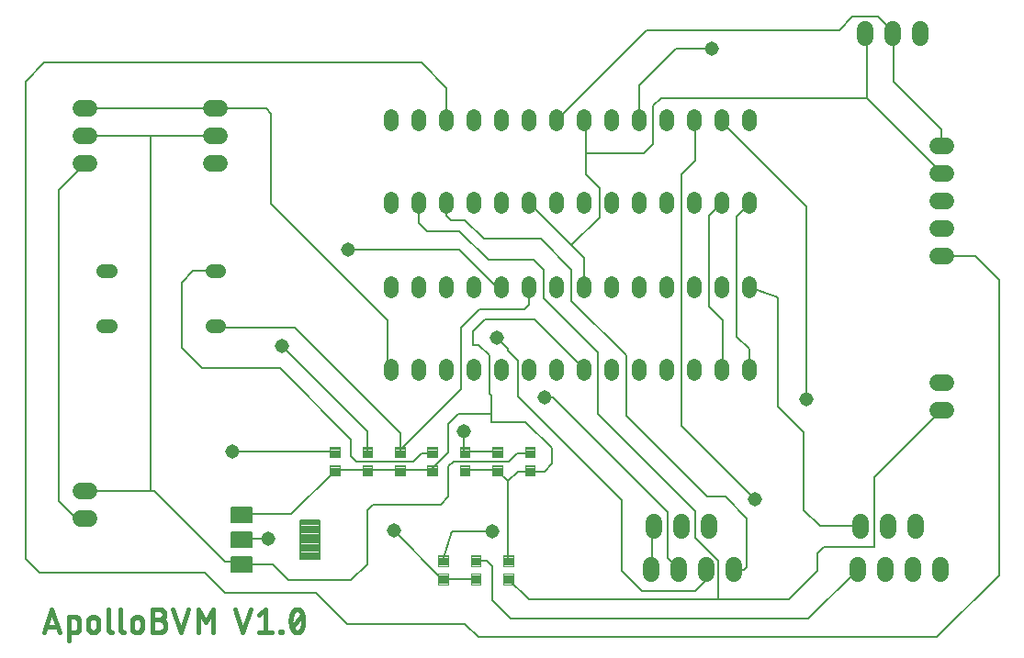
<source format=gbr>
G04 EAGLE Gerber RS-274X export*
G75*
%MOMM*%
%FSLAX34Y34*%
%LPD*%
%INTop Copper*%
%IPPOS*%
%AMOC8*
5,1,8,0,0,1.08239X$1,22.5*%
G01*
%ADD10C,0.406400*%
%ADD11C,0.100000*%
%ADD12C,1.320800*%
%ADD13C,1.308000*%
%ADD14C,0.200000*%
%ADD15C,0.150000*%
%ADD16C,1.524000*%
%ADD17C,1.508000*%
%ADD18C,0.203200*%
%ADD19C,1.308000*%


D10*
X72032Y22032D02*
X79144Y43368D01*
X86256Y22032D01*
X84478Y27366D02*
X73810Y27366D01*
X94698Y36256D02*
X94698Y14920D01*
X94698Y36256D02*
X100625Y36256D01*
X100741Y36254D01*
X100858Y36248D01*
X100974Y36239D01*
X101089Y36226D01*
X101204Y36209D01*
X101319Y36188D01*
X101432Y36163D01*
X101545Y36135D01*
X101657Y36103D01*
X101768Y36067D01*
X101878Y36028D01*
X101986Y35985D01*
X102093Y35939D01*
X102198Y35889D01*
X102301Y35836D01*
X102403Y35780D01*
X102503Y35720D01*
X102601Y35657D01*
X102696Y35590D01*
X102790Y35521D01*
X102881Y35449D01*
X102970Y35374D01*
X103056Y35295D01*
X103139Y35214D01*
X103220Y35131D01*
X103299Y35045D01*
X103374Y34956D01*
X103446Y34865D01*
X103515Y34771D01*
X103582Y34676D01*
X103645Y34578D01*
X103705Y34478D01*
X103761Y34376D01*
X103814Y34273D01*
X103864Y34168D01*
X103910Y34061D01*
X103953Y33953D01*
X103992Y33843D01*
X104028Y33732D01*
X104060Y33620D01*
X104088Y33507D01*
X104113Y33394D01*
X104134Y33279D01*
X104151Y33164D01*
X104164Y33049D01*
X104173Y32933D01*
X104179Y32816D01*
X104181Y32700D01*
X104181Y25588D01*
X104179Y25472D01*
X104173Y25355D01*
X104164Y25239D01*
X104151Y25124D01*
X104134Y25009D01*
X104113Y24894D01*
X104088Y24781D01*
X104060Y24668D01*
X104028Y24556D01*
X103992Y24445D01*
X103953Y24335D01*
X103910Y24227D01*
X103864Y24120D01*
X103814Y24015D01*
X103761Y23912D01*
X103705Y23810D01*
X103645Y23710D01*
X103582Y23612D01*
X103515Y23517D01*
X103446Y23423D01*
X103374Y23332D01*
X103299Y23243D01*
X103220Y23157D01*
X103139Y23074D01*
X103056Y22993D01*
X102970Y22914D01*
X102881Y22839D01*
X102790Y22767D01*
X102696Y22698D01*
X102601Y22631D01*
X102503Y22568D01*
X102403Y22508D01*
X102301Y22452D01*
X102198Y22399D01*
X102093Y22349D01*
X101986Y22303D01*
X101878Y22260D01*
X101768Y22221D01*
X101657Y22185D01*
X101545Y22153D01*
X101432Y22125D01*
X101319Y22100D01*
X101204Y22079D01*
X101089Y22062D01*
X100974Y22049D01*
X100858Y22040D01*
X100741Y22034D01*
X100625Y22032D01*
X94698Y22032D01*
X112680Y26773D02*
X112680Y31515D01*
X112681Y31515D02*
X112683Y31652D01*
X112689Y31788D01*
X112699Y31924D01*
X112712Y32060D01*
X112730Y32196D01*
X112752Y32331D01*
X112777Y32465D01*
X112806Y32598D01*
X112840Y32731D01*
X112877Y32863D01*
X112917Y32993D01*
X112962Y33122D01*
X113010Y33250D01*
X113062Y33377D01*
X113117Y33501D01*
X113176Y33625D01*
X113239Y33746D01*
X113305Y33866D01*
X113374Y33983D01*
X113447Y34099D01*
X113523Y34213D01*
X113603Y34324D01*
X113685Y34433D01*
X113771Y34539D01*
X113859Y34643D01*
X113951Y34744D01*
X114046Y34843D01*
X114143Y34939D01*
X114243Y35032D01*
X114346Y35122D01*
X114451Y35209D01*
X114558Y35294D01*
X114669Y35375D01*
X114781Y35452D01*
X114896Y35527D01*
X115012Y35598D01*
X115131Y35666D01*
X115251Y35730D01*
X115374Y35791D01*
X115498Y35848D01*
X115623Y35902D01*
X115751Y35952D01*
X115879Y35998D01*
X116009Y36041D01*
X116140Y36079D01*
X116272Y36114D01*
X116405Y36146D01*
X116539Y36173D01*
X116674Y36197D01*
X116809Y36216D01*
X116945Y36232D01*
X117081Y36244D01*
X117217Y36252D01*
X117354Y36256D01*
X117490Y36256D01*
X117627Y36252D01*
X117763Y36244D01*
X117899Y36232D01*
X118035Y36216D01*
X118170Y36197D01*
X118305Y36173D01*
X118439Y36146D01*
X118572Y36114D01*
X118704Y36079D01*
X118835Y36041D01*
X118965Y35998D01*
X119093Y35952D01*
X119221Y35902D01*
X119346Y35848D01*
X119470Y35791D01*
X119593Y35730D01*
X119713Y35666D01*
X119832Y35598D01*
X119948Y35527D01*
X120063Y35452D01*
X120175Y35375D01*
X120286Y35294D01*
X120393Y35209D01*
X120498Y35122D01*
X120601Y35032D01*
X120701Y34939D01*
X120798Y34843D01*
X120893Y34744D01*
X120985Y34643D01*
X121073Y34539D01*
X121159Y34433D01*
X121241Y34324D01*
X121321Y34213D01*
X121397Y34099D01*
X121470Y33983D01*
X121539Y33866D01*
X121605Y33746D01*
X121668Y33625D01*
X121727Y33501D01*
X121782Y33377D01*
X121834Y33250D01*
X121882Y33122D01*
X121927Y32993D01*
X121967Y32863D01*
X122004Y32731D01*
X122038Y32598D01*
X122067Y32465D01*
X122092Y32331D01*
X122114Y32196D01*
X122132Y32060D01*
X122145Y31924D01*
X122155Y31788D01*
X122161Y31652D01*
X122163Y31515D01*
X122163Y26773D01*
X122161Y26636D01*
X122155Y26500D01*
X122145Y26364D01*
X122132Y26228D01*
X122114Y26092D01*
X122092Y25957D01*
X122067Y25823D01*
X122038Y25690D01*
X122004Y25557D01*
X121967Y25425D01*
X121927Y25295D01*
X121882Y25166D01*
X121834Y25038D01*
X121782Y24911D01*
X121727Y24787D01*
X121668Y24663D01*
X121605Y24542D01*
X121539Y24422D01*
X121470Y24305D01*
X121397Y24189D01*
X121321Y24075D01*
X121241Y23964D01*
X121159Y23855D01*
X121073Y23749D01*
X120985Y23645D01*
X120893Y23544D01*
X120798Y23445D01*
X120701Y23349D01*
X120601Y23256D01*
X120498Y23166D01*
X120393Y23079D01*
X120286Y22994D01*
X120175Y22913D01*
X120063Y22836D01*
X119948Y22761D01*
X119832Y22690D01*
X119713Y22622D01*
X119593Y22558D01*
X119470Y22497D01*
X119346Y22440D01*
X119221Y22386D01*
X119093Y22336D01*
X118965Y22290D01*
X118835Y22247D01*
X118704Y22209D01*
X118572Y22174D01*
X118439Y22142D01*
X118305Y22115D01*
X118170Y22091D01*
X118035Y22072D01*
X117899Y22056D01*
X117763Y22044D01*
X117627Y22036D01*
X117490Y22032D01*
X117354Y22032D01*
X117217Y22036D01*
X117081Y22044D01*
X116945Y22056D01*
X116809Y22072D01*
X116674Y22091D01*
X116539Y22115D01*
X116405Y22142D01*
X116272Y22174D01*
X116140Y22209D01*
X116009Y22247D01*
X115879Y22290D01*
X115751Y22336D01*
X115623Y22386D01*
X115498Y22440D01*
X115374Y22497D01*
X115251Y22558D01*
X115131Y22622D01*
X115012Y22690D01*
X114896Y22761D01*
X114781Y22836D01*
X114669Y22913D01*
X114558Y22994D01*
X114451Y23079D01*
X114346Y23166D01*
X114243Y23256D01*
X114143Y23349D01*
X114046Y23445D01*
X113951Y23544D01*
X113859Y23645D01*
X113771Y23749D01*
X113685Y23855D01*
X113603Y23964D01*
X113523Y24075D01*
X113447Y24189D01*
X113374Y24305D01*
X113305Y24422D01*
X113239Y24542D01*
X113176Y24663D01*
X113117Y24787D01*
X113062Y24911D01*
X113010Y25038D01*
X112962Y25166D01*
X112917Y25295D01*
X112877Y25425D01*
X112840Y25557D01*
X112806Y25690D01*
X112777Y25823D01*
X112752Y25957D01*
X112730Y26092D01*
X112712Y26228D01*
X112699Y26364D01*
X112689Y26500D01*
X112683Y26636D01*
X112681Y26773D01*
X131052Y25588D02*
X131052Y43368D01*
X131052Y25588D02*
X131054Y25472D01*
X131060Y25355D01*
X131069Y25239D01*
X131082Y25124D01*
X131099Y25009D01*
X131120Y24894D01*
X131145Y24781D01*
X131173Y24668D01*
X131205Y24556D01*
X131241Y24445D01*
X131280Y24335D01*
X131323Y24227D01*
X131369Y24120D01*
X131419Y24015D01*
X131472Y23912D01*
X131528Y23810D01*
X131588Y23710D01*
X131651Y23612D01*
X131718Y23517D01*
X131787Y23423D01*
X131859Y23332D01*
X131934Y23243D01*
X132013Y23157D01*
X132094Y23074D01*
X132177Y22993D01*
X132263Y22914D01*
X132352Y22839D01*
X132443Y22767D01*
X132537Y22698D01*
X132632Y22631D01*
X132730Y22568D01*
X132830Y22508D01*
X132932Y22452D01*
X133035Y22399D01*
X133140Y22349D01*
X133247Y22303D01*
X133355Y22260D01*
X133465Y22221D01*
X133576Y22185D01*
X133688Y22153D01*
X133801Y22125D01*
X133914Y22100D01*
X134029Y22079D01*
X134144Y22062D01*
X134259Y22049D01*
X134375Y22040D01*
X134492Y22034D01*
X134608Y22032D01*
X142188Y25588D02*
X142188Y43368D01*
X142188Y25588D02*
X142190Y25472D01*
X142196Y25355D01*
X142205Y25239D01*
X142218Y25124D01*
X142235Y25009D01*
X142256Y24894D01*
X142281Y24781D01*
X142309Y24668D01*
X142341Y24556D01*
X142377Y24445D01*
X142416Y24335D01*
X142459Y24227D01*
X142505Y24120D01*
X142555Y24015D01*
X142608Y23912D01*
X142664Y23810D01*
X142724Y23710D01*
X142787Y23612D01*
X142854Y23517D01*
X142923Y23423D01*
X142995Y23332D01*
X143070Y23243D01*
X143149Y23157D01*
X143230Y23074D01*
X143313Y22993D01*
X143399Y22914D01*
X143488Y22839D01*
X143579Y22767D01*
X143673Y22698D01*
X143768Y22631D01*
X143866Y22568D01*
X143966Y22508D01*
X144068Y22452D01*
X144171Y22399D01*
X144276Y22349D01*
X144383Y22303D01*
X144491Y22260D01*
X144601Y22221D01*
X144712Y22185D01*
X144824Y22153D01*
X144937Y22125D01*
X145050Y22100D01*
X145165Y22079D01*
X145280Y22062D01*
X145395Y22049D01*
X145511Y22040D01*
X145628Y22034D01*
X145744Y22032D01*
X153046Y26773D02*
X153046Y31515D01*
X153048Y31652D01*
X153054Y31788D01*
X153064Y31924D01*
X153077Y32060D01*
X153095Y32196D01*
X153117Y32331D01*
X153142Y32465D01*
X153171Y32598D01*
X153205Y32731D01*
X153242Y32863D01*
X153282Y32993D01*
X153327Y33122D01*
X153375Y33250D01*
X153427Y33377D01*
X153482Y33501D01*
X153541Y33625D01*
X153604Y33746D01*
X153670Y33866D01*
X153739Y33983D01*
X153812Y34099D01*
X153888Y34213D01*
X153968Y34324D01*
X154050Y34433D01*
X154136Y34539D01*
X154224Y34643D01*
X154316Y34744D01*
X154411Y34843D01*
X154508Y34939D01*
X154608Y35032D01*
X154711Y35122D01*
X154816Y35209D01*
X154923Y35294D01*
X155034Y35375D01*
X155146Y35452D01*
X155261Y35527D01*
X155377Y35598D01*
X155496Y35666D01*
X155616Y35730D01*
X155739Y35791D01*
X155863Y35848D01*
X155988Y35902D01*
X156116Y35952D01*
X156244Y35998D01*
X156374Y36041D01*
X156505Y36079D01*
X156637Y36114D01*
X156770Y36146D01*
X156904Y36173D01*
X157039Y36197D01*
X157174Y36216D01*
X157310Y36232D01*
X157446Y36244D01*
X157582Y36252D01*
X157719Y36256D01*
X157855Y36256D01*
X157992Y36252D01*
X158128Y36244D01*
X158264Y36232D01*
X158400Y36216D01*
X158535Y36197D01*
X158670Y36173D01*
X158804Y36146D01*
X158937Y36114D01*
X159069Y36079D01*
X159200Y36041D01*
X159330Y35998D01*
X159458Y35952D01*
X159586Y35902D01*
X159711Y35848D01*
X159835Y35791D01*
X159958Y35730D01*
X160078Y35666D01*
X160197Y35598D01*
X160313Y35527D01*
X160428Y35452D01*
X160540Y35375D01*
X160651Y35294D01*
X160758Y35209D01*
X160863Y35122D01*
X160966Y35032D01*
X161066Y34939D01*
X161163Y34843D01*
X161258Y34744D01*
X161350Y34643D01*
X161438Y34539D01*
X161524Y34433D01*
X161606Y34324D01*
X161686Y34213D01*
X161762Y34099D01*
X161835Y33983D01*
X161904Y33866D01*
X161970Y33746D01*
X162033Y33625D01*
X162092Y33501D01*
X162147Y33377D01*
X162199Y33250D01*
X162247Y33122D01*
X162292Y32993D01*
X162332Y32863D01*
X162369Y32731D01*
X162403Y32598D01*
X162432Y32465D01*
X162457Y32331D01*
X162479Y32196D01*
X162497Y32060D01*
X162510Y31924D01*
X162520Y31788D01*
X162526Y31652D01*
X162528Y31515D01*
X162529Y31515D02*
X162529Y26773D01*
X162528Y26773D02*
X162526Y26636D01*
X162520Y26500D01*
X162510Y26364D01*
X162497Y26228D01*
X162479Y26092D01*
X162457Y25957D01*
X162432Y25823D01*
X162403Y25690D01*
X162369Y25557D01*
X162332Y25425D01*
X162292Y25295D01*
X162247Y25166D01*
X162199Y25038D01*
X162147Y24911D01*
X162092Y24787D01*
X162033Y24663D01*
X161970Y24542D01*
X161904Y24422D01*
X161835Y24305D01*
X161762Y24189D01*
X161686Y24075D01*
X161606Y23964D01*
X161524Y23855D01*
X161438Y23749D01*
X161350Y23645D01*
X161258Y23544D01*
X161163Y23445D01*
X161066Y23349D01*
X160966Y23256D01*
X160863Y23166D01*
X160758Y23079D01*
X160651Y22994D01*
X160540Y22913D01*
X160428Y22836D01*
X160313Y22761D01*
X160197Y22690D01*
X160078Y22622D01*
X159958Y22558D01*
X159835Y22497D01*
X159711Y22440D01*
X159586Y22386D01*
X159458Y22336D01*
X159330Y22290D01*
X159200Y22247D01*
X159069Y22209D01*
X158937Y22174D01*
X158804Y22142D01*
X158670Y22115D01*
X158535Y22091D01*
X158400Y22072D01*
X158264Y22056D01*
X158128Y22044D01*
X157992Y22036D01*
X157855Y22032D01*
X157719Y22032D01*
X157582Y22036D01*
X157446Y22044D01*
X157310Y22056D01*
X157174Y22072D01*
X157039Y22091D01*
X156904Y22115D01*
X156770Y22142D01*
X156637Y22174D01*
X156505Y22209D01*
X156374Y22247D01*
X156244Y22290D01*
X156116Y22336D01*
X155988Y22386D01*
X155863Y22440D01*
X155739Y22497D01*
X155616Y22558D01*
X155496Y22622D01*
X155377Y22690D01*
X155261Y22761D01*
X155146Y22836D01*
X155034Y22913D01*
X154923Y22994D01*
X154816Y23079D01*
X154711Y23166D01*
X154608Y23256D01*
X154508Y23349D01*
X154411Y23445D01*
X154316Y23544D01*
X154224Y23645D01*
X154136Y23749D01*
X154050Y23855D01*
X153968Y23964D01*
X153888Y24075D01*
X153812Y24189D01*
X153739Y24305D01*
X153670Y24422D01*
X153604Y24542D01*
X153541Y24663D01*
X153482Y24787D01*
X153427Y24911D01*
X153375Y25038D01*
X153327Y25166D01*
X153282Y25295D01*
X153242Y25425D01*
X153205Y25557D01*
X153171Y25690D01*
X153142Y25823D01*
X153117Y25957D01*
X153095Y26092D01*
X153077Y26228D01*
X153064Y26364D01*
X153054Y26500D01*
X153048Y26636D01*
X153046Y26773D01*
X172369Y33885D02*
X178295Y33885D01*
X178295Y33886D02*
X178448Y33884D01*
X178600Y33878D01*
X178752Y33868D01*
X178904Y33855D01*
X179056Y33837D01*
X179207Y33815D01*
X179358Y33790D01*
X179507Y33761D01*
X179656Y33728D01*
X179804Y33691D01*
X179952Y33650D01*
X180097Y33605D01*
X180242Y33557D01*
X180386Y33505D01*
X180528Y33449D01*
X180668Y33390D01*
X180808Y33327D01*
X180945Y33261D01*
X181081Y33191D01*
X181214Y33117D01*
X181346Y33040D01*
X181476Y32960D01*
X181604Y32876D01*
X181729Y32790D01*
X181852Y32700D01*
X181973Y32606D01*
X182092Y32510D01*
X182208Y32411D01*
X182321Y32309D01*
X182432Y32204D01*
X182540Y32096D01*
X182645Y31985D01*
X182747Y31872D01*
X182846Y31756D01*
X182942Y31637D01*
X183036Y31516D01*
X183126Y31393D01*
X183212Y31268D01*
X183296Y31140D01*
X183376Y31010D01*
X183453Y30878D01*
X183527Y30745D01*
X183597Y30609D01*
X183663Y30472D01*
X183726Y30332D01*
X183785Y30192D01*
X183841Y30050D01*
X183893Y29906D01*
X183941Y29761D01*
X183986Y29616D01*
X184027Y29468D01*
X184064Y29320D01*
X184097Y29171D01*
X184126Y29022D01*
X184151Y28871D01*
X184173Y28720D01*
X184191Y28568D01*
X184204Y28416D01*
X184214Y28264D01*
X184220Y28112D01*
X184222Y27959D01*
X184220Y27806D01*
X184214Y27654D01*
X184204Y27502D01*
X184191Y27350D01*
X184173Y27198D01*
X184151Y27047D01*
X184126Y26896D01*
X184097Y26747D01*
X184064Y26598D01*
X184027Y26450D01*
X183986Y26302D01*
X183941Y26157D01*
X183893Y26012D01*
X183841Y25868D01*
X183785Y25726D01*
X183726Y25586D01*
X183663Y25446D01*
X183597Y25309D01*
X183527Y25173D01*
X183453Y25040D01*
X183376Y24908D01*
X183296Y24778D01*
X183212Y24650D01*
X183126Y24525D01*
X183036Y24402D01*
X182942Y24281D01*
X182846Y24162D01*
X182747Y24046D01*
X182645Y23933D01*
X182540Y23822D01*
X182432Y23714D01*
X182321Y23609D01*
X182208Y23507D01*
X182092Y23408D01*
X181973Y23312D01*
X181852Y23218D01*
X181729Y23128D01*
X181604Y23042D01*
X181476Y22958D01*
X181346Y22878D01*
X181214Y22801D01*
X181081Y22727D01*
X180945Y22657D01*
X180808Y22591D01*
X180668Y22528D01*
X180528Y22469D01*
X180386Y22413D01*
X180242Y22361D01*
X180097Y22313D01*
X179952Y22268D01*
X179804Y22227D01*
X179656Y22190D01*
X179507Y22157D01*
X179358Y22128D01*
X179207Y22103D01*
X179056Y22081D01*
X178904Y22063D01*
X178752Y22050D01*
X178600Y22040D01*
X178448Y22034D01*
X178295Y22032D01*
X172369Y22032D01*
X172369Y43368D01*
X178295Y43368D01*
X178432Y43366D01*
X178568Y43360D01*
X178704Y43350D01*
X178840Y43337D01*
X178976Y43319D01*
X179111Y43297D01*
X179245Y43272D01*
X179378Y43243D01*
X179511Y43209D01*
X179643Y43172D01*
X179773Y43132D01*
X179902Y43087D01*
X180030Y43039D01*
X180157Y42987D01*
X180281Y42932D01*
X180405Y42873D01*
X180526Y42810D01*
X180646Y42744D01*
X180763Y42675D01*
X180879Y42602D01*
X180993Y42526D01*
X181104Y42446D01*
X181213Y42364D01*
X181319Y42278D01*
X181423Y42190D01*
X181524Y42098D01*
X181623Y42003D01*
X181719Y41906D01*
X181812Y41806D01*
X181902Y41703D01*
X181989Y41598D01*
X182074Y41491D01*
X182155Y41380D01*
X182232Y41268D01*
X182307Y41153D01*
X182378Y41037D01*
X182446Y40918D01*
X182510Y40798D01*
X182571Y40675D01*
X182628Y40551D01*
X182682Y40426D01*
X182732Y40298D01*
X182778Y40170D01*
X182821Y40040D01*
X182859Y39909D01*
X182894Y39777D01*
X182926Y39644D01*
X182953Y39510D01*
X182977Y39375D01*
X182996Y39240D01*
X183012Y39104D01*
X183024Y38968D01*
X183032Y38832D01*
X183036Y38695D01*
X183036Y38559D01*
X183032Y38422D01*
X183024Y38286D01*
X183012Y38150D01*
X182996Y38014D01*
X182977Y37879D01*
X182953Y37744D01*
X182926Y37610D01*
X182894Y37477D01*
X182859Y37345D01*
X182821Y37214D01*
X182778Y37084D01*
X182732Y36956D01*
X182682Y36828D01*
X182628Y36703D01*
X182571Y36579D01*
X182510Y36456D01*
X182446Y36336D01*
X182378Y36217D01*
X182307Y36101D01*
X182232Y35986D01*
X182155Y35874D01*
X182074Y35763D01*
X181989Y35656D01*
X181902Y35551D01*
X181812Y35448D01*
X181719Y35348D01*
X181623Y35251D01*
X181524Y35156D01*
X181423Y35064D01*
X181319Y34976D01*
X181213Y34890D01*
X181104Y34808D01*
X180993Y34728D01*
X180879Y34652D01*
X180763Y34579D01*
X180646Y34510D01*
X180526Y34444D01*
X180405Y34381D01*
X180281Y34322D01*
X180157Y34267D01*
X180030Y34215D01*
X179902Y34167D01*
X179773Y34122D01*
X179643Y34082D01*
X179511Y34045D01*
X179378Y34011D01*
X179245Y33982D01*
X179111Y33957D01*
X178976Y33935D01*
X178840Y33917D01*
X178704Y33904D01*
X178568Y33894D01*
X178432Y33888D01*
X178295Y33886D01*
X191041Y43368D02*
X198153Y22032D01*
X205265Y43368D01*
X214007Y43368D02*
X214007Y22032D01*
X221119Y31515D02*
X214007Y43368D01*
X221119Y31515D02*
X228231Y43368D01*
X228231Y22032D01*
X255221Y22032D02*
X248109Y43368D01*
X262333Y43368D02*
X255221Y22032D01*
X270174Y38627D02*
X276100Y43368D01*
X276100Y22032D01*
X270174Y22032D02*
X282027Y22032D01*
X290123Y22032D02*
X290123Y23217D01*
X291308Y23217D01*
X291308Y22032D01*
X290123Y22032D01*
X299404Y32700D02*
X299409Y33120D01*
X299424Y33539D01*
X299449Y33958D01*
X299484Y34376D01*
X299529Y34794D01*
X299584Y35210D01*
X299649Y35625D01*
X299724Y36038D01*
X299808Y36449D01*
X299903Y36858D01*
X300007Y37264D01*
X300121Y37668D01*
X300244Y38070D01*
X300377Y38468D01*
X300519Y38862D01*
X300671Y39254D01*
X300832Y39641D01*
X301003Y40025D01*
X301182Y40405D01*
X301181Y40404D02*
X301225Y40526D01*
X301272Y40647D01*
X301323Y40766D01*
X301378Y40884D01*
X301436Y40999D01*
X301497Y41114D01*
X301561Y41226D01*
X301629Y41336D01*
X301700Y41444D01*
X301775Y41551D01*
X301852Y41654D01*
X301933Y41756D01*
X302016Y41855D01*
X302102Y41952D01*
X302191Y42046D01*
X302283Y42137D01*
X302378Y42226D01*
X302475Y42311D01*
X302574Y42394D01*
X302676Y42474D01*
X302781Y42551D01*
X302887Y42625D01*
X302996Y42695D01*
X303107Y42763D01*
X303219Y42827D01*
X303334Y42887D01*
X303450Y42945D01*
X303568Y42998D01*
X303687Y43049D01*
X303808Y43095D01*
X303930Y43139D01*
X304053Y43178D01*
X304178Y43214D01*
X304303Y43246D01*
X304430Y43275D01*
X304557Y43299D01*
X304685Y43320D01*
X304813Y43337D01*
X304942Y43351D01*
X305071Y43360D01*
X305200Y43366D01*
X305330Y43368D01*
X305460Y43366D01*
X305589Y43360D01*
X305718Y43351D01*
X305847Y43337D01*
X305975Y43320D01*
X306103Y43299D01*
X306230Y43275D01*
X306357Y43246D01*
X306482Y43214D01*
X306607Y43178D01*
X306730Y43139D01*
X306852Y43095D01*
X306973Y43049D01*
X307092Y42998D01*
X307210Y42945D01*
X307326Y42887D01*
X307441Y42827D01*
X307553Y42763D01*
X307664Y42695D01*
X307773Y42625D01*
X307879Y42551D01*
X307984Y42474D01*
X308086Y42394D01*
X308185Y42311D01*
X308282Y42226D01*
X308377Y42137D01*
X308469Y42046D01*
X308558Y41952D01*
X308644Y41855D01*
X308727Y41756D01*
X308808Y41654D01*
X308885Y41551D01*
X308960Y41444D01*
X309031Y41336D01*
X309099Y41226D01*
X309163Y41114D01*
X309224Y40999D01*
X309282Y40884D01*
X309337Y40766D01*
X309388Y40647D01*
X309435Y40526D01*
X309479Y40404D01*
X309479Y40405D02*
X309658Y40025D01*
X309829Y39641D01*
X309990Y39254D01*
X310142Y38862D01*
X310284Y38468D01*
X310417Y38070D01*
X310540Y37668D01*
X310654Y37264D01*
X310758Y36858D01*
X310853Y36449D01*
X310937Y36038D01*
X311012Y35625D01*
X311077Y35210D01*
X311132Y34794D01*
X311177Y34376D01*
X311212Y33958D01*
X311237Y33539D01*
X311252Y33120D01*
X311257Y32700D01*
X299403Y32700D02*
X299408Y32280D01*
X299423Y31861D01*
X299448Y31442D01*
X299483Y31023D01*
X299528Y30606D01*
X299583Y30190D01*
X299648Y29775D01*
X299723Y29362D01*
X299807Y28951D01*
X299902Y28542D01*
X300006Y28135D01*
X300120Y27731D01*
X300243Y27330D01*
X300376Y26932D01*
X300518Y26537D01*
X300670Y26146D01*
X300831Y25758D01*
X301002Y25375D01*
X301181Y24995D01*
X301225Y24874D01*
X301272Y24753D01*
X301323Y24634D01*
X301378Y24516D01*
X301436Y24400D01*
X301497Y24286D01*
X301561Y24174D01*
X301629Y24064D01*
X301701Y23956D01*
X301775Y23849D01*
X301852Y23746D01*
X301933Y23644D01*
X302016Y23545D01*
X302102Y23448D01*
X302191Y23354D01*
X302283Y23263D01*
X302378Y23174D01*
X302475Y23089D01*
X302574Y23006D01*
X302676Y22926D01*
X302781Y22849D01*
X302887Y22775D01*
X302996Y22705D01*
X303107Y22637D01*
X303219Y22573D01*
X303334Y22513D01*
X303450Y22455D01*
X303568Y22402D01*
X303687Y22351D01*
X303808Y22305D01*
X303930Y22261D01*
X304053Y22222D01*
X304178Y22186D01*
X304303Y22154D01*
X304430Y22125D01*
X304557Y22101D01*
X304685Y22080D01*
X304813Y22063D01*
X304942Y22049D01*
X305071Y22040D01*
X305200Y22034D01*
X305330Y22032D01*
X309480Y24995D02*
X309659Y25375D01*
X309830Y25758D01*
X309991Y26146D01*
X310143Y26537D01*
X310285Y26932D01*
X310418Y27330D01*
X310541Y27731D01*
X310655Y28135D01*
X310759Y28542D01*
X310854Y28951D01*
X310938Y29362D01*
X311013Y29775D01*
X311078Y30190D01*
X311133Y30606D01*
X311178Y31023D01*
X311213Y31442D01*
X311238Y31861D01*
X311253Y32280D01*
X311258Y32700D01*
X309479Y24996D02*
X309435Y24874D01*
X309388Y24753D01*
X309337Y24634D01*
X309282Y24516D01*
X309224Y24401D01*
X309163Y24286D01*
X309099Y24174D01*
X309031Y24064D01*
X308960Y23956D01*
X308885Y23849D01*
X308808Y23746D01*
X308727Y23644D01*
X308644Y23545D01*
X308558Y23448D01*
X308469Y23354D01*
X308377Y23263D01*
X308282Y23174D01*
X308185Y23089D01*
X308086Y23006D01*
X307984Y22926D01*
X307879Y22849D01*
X307773Y22775D01*
X307664Y22705D01*
X307553Y22637D01*
X307441Y22573D01*
X307326Y22513D01*
X307210Y22455D01*
X307092Y22402D01*
X306973Y22351D01*
X306852Y22305D01*
X306730Y22261D01*
X306607Y22222D01*
X306482Y22186D01*
X306357Y22154D01*
X306230Y22125D01*
X306103Y22101D01*
X305975Y22080D01*
X305847Y22063D01*
X305718Y22049D01*
X305589Y22040D01*
X305460Y22034D01*
X305330Y22032D01*
X300589Y26773D02*
X310072Y38627D01*
D11*
X335500Y183500D02*
X335500Y193500D01*
X344500Y193500D01*
X344500Y183500D01*
X335500Y183500D01*
X335500Y184450D02*
X344500Y184450D01*
X344500Y185400D02*
X335500Y185400D01*
X335500Y186350D02*
X344500Y186350D01*
X344500Y187300D02*
X335500Y187300D01*
X335500Y188250D02*
X344500Y188250D01*
X344500Y189200D02*
X335500Y189200D01*
X335500Y190150D02*
X344500Y190150D01*
X344500Y191100D02*
X335500Y191100D01*
X335500Y192050D02*
X344500Y192050D01*
X344500Y193000D02*
X335500Y193000D01*
X335500Y176500D02*
X335500Y166500D01*
X335500Y176500D02*
X344500Y176500D01*
X344500Y166500D01*
X335500Y166500D01*
X335500Y167450D02*
X344500Y167450D01*
X344500Y168400D02*
X335500Y168400D01*
X335500Y169350D02*
X344500Y169350D01*
X344500Y170300D02*
X335500Y170300D01*
X335500Y171250D02*
X344500Y171250D01*
X344500Y172200D02*
X335500Y172200D01*
X335500Y173150D02*
X344500Y173150D01*
X344500Y174100D02*
X335500Y174100D01*
X335500Y175050D02*
X344500Y175050D01*
X344500Y176000D02*
X335500Y176000D01*
X365500Y183500D02*
X365500Y193500D01*
X374500Y193500D01*
X374500Y183500D01*
X365500Y183500D01*
X365500Y184450D02*
X374500Y184450D01*
X374500Y185400D02*
X365500Y185400D01*
X365500Y186350D02*
X374500Y186350D01*
X374500Y187300D02*
X365500Y187300D01*
X365500Y188250D02*
X374500Y188250D01*
X374500Y189200D02*
X365500Y189200D01*
X365500Y190150D02*
X374500Y190150D01*
X374500Y191100D02*
X365500Y191100D01*
X365500Y192050D02*
X374500Y192050D01*
X374500Y193000D02*
X365500Y193000D01*
X365500Y176500D02*
X365500Y166500D01*
X365500Y176500D02*
X374500Y176500D01*
X374500Y166500D01*
X365500Y166500D01*
X365500Y167450D02*
X374500Y167450D01*
X374500Y168400D02*
X365500Y168400D01*
X365500Y169350D02*
X374500Y169350D01*
X374500Y170300D02*
X365500Y170300D01*
X365500Y171250D02*
X374500Y171250D01*
X374500Y172200D02*
X365500Y172200D01*
X365500Y173150D02*
X374500Y173150D01*
X374500Y174100D02*
X365500Y174100D01*
X365500Y175050D02*
X374500Y175050D01*
X374500Y176000D02*
X365500Y176000D01*
X395500Y183500D02*
X395500Y193500D01*
X404500Y193500D01*
X404500Y183500D01*
X395500Y183500D01*
X395500Y184450D02*
X404500Y184450D01*
X404500Y185400D02*
X395500Y185400D01*
X395500Y186350D02*
X404500Y186350D01*
X404500Y187300D02*
X395500Y187300D01*
X395500Y188250D02*
X404500Y188250D01*
X404500Y189200D02*
X395500Y189200D01*
X395500Y190150D02*
X404500Y190150D01*
X404500Y191100D02*
X395500Y191100D01*
X395500Y192050D02*
X404500Y192050D01*
X404500Y193000D02*
X395500Y193000D01*
X395500Y176500D02*
X395500Y166500D01*
X395500Y176500D02*
X404500Y176500D01*
X404500Y166500D01*
X395500Y166500D01*
X395500Y167450D02*
X404500Y167450D01*
X404500Y168400D02*
X395500Y168400D01*
X395500Y169350D02*
X404500Y169350D01*
X404500Y170300D02*
X395500Y170300D01*
X395500Y171250D02*
X404500Y171250D01*
X404500Y172200D02*
X395500Y172200D01*
X395500Y173150D02*
X404500Y173150D01*
X404500Y174100D02*
X395500Y174100D01*
X395500Y175050D02*
X404500Y175050D01*
X404500Y176000D02*
X395500Y176000D01*
X425500Y183500D02*
X425500Y193500D01*
X434500Y193500D01*
X434500Y183500D01*
X425500Y183500D01*
X425500Y184450D02*
X434500Y184450D01*
X434500Y185400D02*
X425500Y185400D01*
X425500Y186350D02*
X434500Y186350D01*
X434500Y187300D02*
X425500Y187300D01*
X425500Y188250D02*
X434500Y188250D01*
X434500Y189200D02*
X425500Y189200D01*
X425500Y190150D02*
X434500Y190150D01*
X434500Y191100D02*
X425500Y191100D01*
X425500Y192050D02*
X434500Y192050D01*
X434500Y193000D02*
X425500Y193000D01*
X425500Y176500D02*
X425500Y166500D01*
X425500Y176500D02*
X434500Y176500D01*
X434500Y166500D01*
X425500Y166500D01*
X425500Y167450D02*
X434500Y167450D01*
X434500Y168400D02*
X425500Y168400D01*
X425500Y169350D02*
X434500Y169350D01*
X434500Y170300D02*
X425500Y170300D01*
X425500Y171250D02*
X434500Y171250D01*
X434500Y172200D02*
X425500Y172200D01*
X425500Y173150D02*
X434500Y173150D01*
X434500Y174100D02*
X425500Y174100D01*
X425500Y175050D02*
X434500Y175050D01*
X434500Y176000D02*
X425500Y176000D01*
X455500Y183500D02*
X455500Y193500D01*
X464500Y193500D01*
X464500Y183500D01*
X455500Y183500D01*
X455500Y184450D02*
X464500Y184450D01*
X464500Y185400D02*
X455500Y185400D01*
X455500Y186350D02*
X464500Y186350D01*
X464500Y187300D02*
X455500Y187300D01*
X455500Y188250D02*
X464500Y188250D01*
X464500Y189200D02*
X455500Y189200D01*
X455500Y190150D02*
X464500Y190150D01*
X464500Y191100D02*
X455500Y191100D01*
X455500Y192050D02*
X464500Y192050D01*
X464500Y193000D02*
X455500Y193000D01*
X455500Y176500D02*
X455500Y166500D01*
X455500Y176500D02*
X464500Y176500D01*
X464500Y166500D01*
X455500Y166500D01*
X455500Y167450D02*
X464500Y167450D01*
X464500Y168400D02*
X455500Y168400D01*
X455500Y169350D02*
X464500Y169350D01*
X464500Y170300D02*
X455500Y170300D01*
X455500Y171250D02*
X464500Y171250D01*
X464500Y172200D02*
X455500Y172200D01*
X455500Y173150D02*
X464500Y173150D01*
X464500Y174100D02*
X455500Y174100D01*
X455500Y175050D02*
X464500Y175050D01*
X464500Y176000D02*
X455500Y176000D01*
X524500Y176500D02*
X524500Y166500D01*
X515500Y166500D01*
X515500Y176500D01*
X524500Y176500D01*
X524500Y167450D02*
X515500Y167450D01*
X515500Y168400D02*
X524500Y168400D01*
X524500Y169350D02*
X515500Y169350D01*
X515500Y170300D02*
X524500Y170300D01*
X524500Y171250D02*
X515500Y171250D01*
X515500Y172200D02*
X524500Y172200D01*
X524500Y173150D02*
X515500Y173150D01*
X515500Y174100D02*
X524500Y174100D01*
X524500Y175050D02*
X515500Y175050D01*
X515500Y176000D02*
X524500Y176000D01*
X524500Y183500D02*
X524500Y193500D01*
X524500Y183500D02*
X515500Y183500D01*
X515500Y193500D01*
X524500Y193500D01*
X524500Y184450D02*
X515500Y184450D01*
X515500Y185400D02*
X524500Y185400D01*
X524500Y186350D02*
X515500Y186350D01*
X515500Y187300D02*
X524500Y187300D01*
X524500Y188250D02*
X515500Y188250D01*
X515500Y189200D02*
X524500Y189200D01*
X524500Y190150D02*
X515500Y190150D01*
X515500Y191100D02*
X524500Y191100D01*
X524500Y192050D02*
X515500Y192050D01*
X515500Y193000D02*
X524500Y193000D01*
D12*
X722600Y491298D02*
X722600Y497902D01*
X697200Y497902D02*
X697200Y491298D01*
X671800Y491298D02*
X671800Y497902D01*
X646400Y497902D02*
X646400Y491298D01*
X621000Y491298D02*
X621000Y497902D01*
X595600Y497902D02*
X595600Y491298D01*
X570200Y491298D02*
X570200Y497902D01*
X544800Y497902D02*
X544800Y491298D01*
X519400Y491298D02*
X519400Y497902D01*
X494000Y497902D02*
X494000Y491298D01*
X468600Y491298D02*
X468600Y497902D01*
X443200Y497902D02*
X443200Y491298D01*
X417800Y491298D02*
X417800Y497902D01*
X392400Y497902D02*
X392400Y491298D01*
X392400Y421702D02*
X392400Y415098D01*
X417800Y415098D02*
X417800Y421702D01*
X443200Y421702D02*
X443200Y415098D01*
X468600Y415098D02*
X468600Y421702D01*
X494000Y421702D02*
X494000Y415098D01*
X519400Y415098D02*
X519400Y421702D01*
X544800Y421702D02*
X544800Y415098D01*
X570200Y415098D02*
X570200Y421702D01*
X595600Y421702D02*
X595600Y415098D01*
X621000Y415098D02*
X621000Y421702D01*
X646400Y421702D02*
X646400Y415098D01*
X671800Y415098D02*
X671800Y421702D01*
X697200Y421702D02*
X697200Y415098D01*
X722600Y415098D02*
X722600Y421702D01*
X722600Y343602D02*
X722600Y336998D01*
X697200Y336998D02*
X697200Y343602D01*
X671800Y343602D02*
X671800Y336998D01*
X646400Y336998D02*
X646400Y343602D01*
X621000Y343602D02*
X621000Y336998D01*
X595600Y336998D02*
X595600Y343602D01*
X570200Y343602D02*
X570200Y336998D01*
X544800Y336998D02*
X544800Y343602D01*
X519400Y343602D02*
X519400Y336998D01*
X494000Y336998D02*
X494000Y343602D01*
X468600Y343602D02*
X468600Y336998D01*
X443200Y336998D02*
X443200Y343602D01*
X417800Y343602D02*
X417800Y336998D01*
X392400Y336998D02*
X392400Y343602D01*
X392400Y267402D02*
X392400Y260798D01*
X417800Y260798D02*
X417800Y267402D01*
X443200Y267402D02*
X443200Y260798D01*
X468600Y260798D02*
X468600Y267402D01*
X494000Y267402D02*
X494000Y260798D01*
X519400Y260798D02*
X519400Y267402D01*
X544800Y267402D02*
X544800Y260798D01*
X570200Y260798D02*
X570200Y267402D01*
X595600Y267402D02*
X595600Y260798D01*
X621000Y260798D02*
X621000Y267402D01*
X646400Y267402D02*
X646400Y260798D01*
X671800Y260798D02*
X671800Y267402D01*
X697200Y267402D02*
X697200Y260798D01*
X722600Y260798D02*
X722600Y267402D01*
D13*
X133270Y304600D02*
X126730Y304600D01*
X126730Y355400D02*
X133270Y355400D01*
D11*
X444500Y76500D02*
X444500Y66500D01*
X435500Y66500D01*
X435500Y76500D01*
X444500Y76500D01*
X444500Y67450D02*
X435500Y67450D01*
X435500Y68400D02*
X444500Y68400D01*
X444500Y69350D02*
X435500Y69350D01*
X435500Y70300D02*
X444500Y70300D01*
X444500Y71250D02*
X435500Y71250D01*
X435500Y72200D02*
X444500Y72200D01*
X444500Y73150D02*
X435500Y73150D01*
X435500Y74100D02*
X444500Y74100D01*
X444500Y75050D02*
X435500Y75050D01*
X435500Y76000D02*
X444500Y76000D01*
X444500Y83500D02*
X444500Y93500D01*
X444500Y83500D02*
X435500Y83500D01*
X435500Y93500D01*
X444500Y93500D01*
X444500Y84450D02*
X435500Y84450D01*
X435500Y85400D02*
X444500Y85400D01*
X444500Y86350D02*
X435500Y86350D01*
X435500Y87300D02*
X444500Y87300D01*
X444500Y88250D02*
X435500Y88250D01*
X435500Y89200D02*
X444500Y89200D01*
X444500Y90150D02*
X435500Y90150D01*
X435500Y91100D02*
X444500Y91100D01*
X444500Y92050D02*
X435500Y92050D01*
X435500Y93000D02*
X444500Y93000D01*
X474500Y76500D02*
X474500Y66500D01*
X465500Y66500D01*
X465500Y76500D01*
X474500Y76500D01*
X474500Y67450D02*
X465500Y67450D01*
X465500Y68400D02*
X474500Y68400D01*
X474500Y69350D02*
X465500Y69350D01*
X465500Y70300D02*
X474500Y70300D01*
X474500Y71250D02*
X465500Y71250D01*
X465500Y72200D02*
X474500Y72200D01*
X474500Y73150D02*
X465500Y73150D01*
X465500Y74100D02*
X474500Y74100D01*
X474500Y75050D02*
X465500Y75050D01*
X465500Y76000D02*
X474500Y76000D01*
X474500Y83500D02*
X474500Y93500D01*
X474500Y83500D02*
X465500Y83500D01*
X465500Y93500D01*
X474500Y93500D01*
X474500Y84450D02*
X465500Y84450D01*
X465500Y85400D02*
X474500Y85400D01*
X474500Y86350D02*
X465500Y86350D01*
X465500Y87300D02*
X474500Y87300D01*
X474500Y88250D02*
X465500Y88250D01*
X465500Y89200D02*
X474500Y89200D01*
X474500Y90150D02*
X465500Y90150D01*
X465500Y91100D02*
X474500Y91100D01*
X474500Y92050D02*
X465500Y92050D01*
X465500Y93000D02*
X474500Y93000D01*
D14*
X308000Y89500D02*
X308000Y125500D01*
X326000Y125500D01*
X326000Y89500D01*
X308000Y89500D01*
X308000Y91400D02*
X326000Y91400D01*
X326000Y93300D02*
X308000Y93300D01*
X308000Y95200D02*
X326000Y95200D01*
X326000Y97100D02*
X308000Y97100D01*
X308000Y99000D02*
X326000Y99000D01*
X326000Y100900D02*
X308000Y100900D01*
X308000Y102800D02*
X326000Y102800D01*
X326000Y104700D02*
X308000Y104700D01*
X308000Y106600D02*
X326000Y106600D01*
X326000Y108500D02*
X308000Y108500D01*
X308000Y110400D02*
X326000Y110400D01*
X326000Y112300D02*
X308000Y112300D01*
X308000Y114200D02*
X326000Y114200D01*
X326000Y116100D02*
X308000Y116100D01*
X308000Y118000D02*
X326000Y118000D01*
X326000Y119900D02*
X308000Y119900D01*
X308000Y121800D02*
X326000Y121800D01*
X326000Y123700D02*
X308000Y123700D01*
D15*
X263250Y91250D02*
X263250Y77750D01*
X244750Y77750D01*
X244750Y91250D01*
X263250Y91250D01*
X263250Y79175D02*
X244750Y79175D01*
X244750Y80600D02*
X263250Y80600D01*
X263250Y82025D02*
X244750Y82025D01*
X244750Y83450D02*
X263250Y83450D01*
X263250Y84875D02*
X244750Y84875D01*
X244750Y86300D02*
X263250Y86300D01*
X263250Y87725D02*
X244750Y87725D01*
X244750Y89150D02*
X263250Y89150D01*
X263250Y90575D02*
X244750Y90575D01*
X263250Y100750D02*
X263250Y114250D01*
X263250Y100750D02*
X244750Y100750D01*
X244750Y114250D01*
X263250Y114250D01*
X263250Y102175D02*
X244750Y102175D01*
X244750Y103600D02*
X263250Y103600D01*
X263250Y105025D02*
X244750Y105025D01*
X244750Y106450D02*
X263250Y106450D01*
X263250Y107875D02*
X244750Y107875D01*
X244750Y109300D02*
X263250Y109300D01*
X263250Y110725D02*
X244750Y110725D01*
X244750Y112150D02*
X263250Y112150D01*
X263250Y113575D02*
X244750Y113575D01*
X263250Y123750D02*
X263250Y137250D01*
X263250Y123750D02*
X244750Y123750D01*
X244750Y137250D01*
X263250Y137250D01*
X263250Y125175D02*
X244750Y125175D01*
X244750Y126600D02*
X263250Y126600D01*
X263250Y128025D02*
X244750Y128025D01*
X244750Y129450D02*
X263250Y129450D01*
X263250Y130875D02*
X244750Y130875D01*
X244750Y132300D02*
X263250Y132300D01*
X263250Y133725D02*
X244750Y133725D01*
X244750Y135150D02*
X263250Y135150D01*
X263250Y136575D02*
X244750Y136575D01*
D16*
X880000Y571190D02*
X880000Y578810D01*
X854600Y578810D02*
X854600Y571190D01*
X829200Y571190D02*
X829200Y578810D01*
D17*
X113770Y127300D02*
X106230Y127300D01*
X106230Y152700D02*
X113770Y152700D01*
X896230Y369200D02*
X903770Y369200D01*
X903770Y394600D02*
X896230Y394600D01*
X896230Y420000D02*
X903770Y420000D01*
X903770Y445400D02*
X896230Y445400D01*
X896230Y470800D02*
X903770Y470800D01*
X233770Y454600D02*
X226230Y454600D01*
X226230Y480000D02*
X233770Y480000D01*
X233770Y505400D02*
X226230Y505400D01*
X113770Y454600D02*
X106230Y454600D01*
X106230Y480000D02*
X113770Y480000D01*
X113770Y505400D02*
X106230Y505400D01*
X896230Y227300D02*
X903770Y227300D01*
X903770Y252700D02*
X896230Y252700D01*
D11*
X495500Y93500D02*
X495500Y83500D01*
X495500Y93500D02*
X504500Y93500D01*
X504500Y83500D01*
X495500Y83500D01*
X495500Y84450D02*
X504500Y84450D01*
X504500Y85400D02*
X495500Y85400D01*
X495500Y86350D02*
X504500Y86350D01*
X504500Y87300D02*
X495500Y87300D01*
X495500Y88250D02*
X504500Y88250D01*
X504500Y89200D02*
X495500Y89200D01*
X495500Y90150D02*
X504500Y90150D01*
X504500Y91100D02*
X495500Y91100D01*
X495500Y92050D02*
X504500Y92050D01*
X504500Y93000D02*
X495500Y93000D01*
X495500Y76500D02*
X495500Y66500D01*
X495500Y76500D02*
X504500Y76500D01*
X504500Y66500D01*
X495500Y66500D01*
X495500Y67450D02*
X504500Y67450D01*
X504500Y68400D02*
X495500Y68400D01*
X495500Y69350D02*
X504500Y69350D01*
X504500Y70300D02*
X495500Y70300D01*
X495500Y71250D02*
X504500Y71250D01*
X504500Y72200D02*
X495500Y72200D01*
X495500Y73150D02*
X504500Y73150D01*
X504500Y74100D02*
X495500Y74100D01*
X495500Y75050D02*
X504500Y75050D01*
X504500Y76000D02*
X495500Y76000D01*
X485500Y183500D02*
X485500Y193500D01*
X494500Y193500D01*
X494500Y183500D01*
X485500Y183500D01*
X485500Y184450D02*
X494500Y184450D01*
X494500Y185400D02*
X485500Y185400D01*
X485500Y186350D02*
X494500Y186350D01*
X494500Y187300D02*
X485500Y187300D01*
X485500Y188250D02*
X494500Y188250D01*
X494500Y189200D02*
X485500Y189200D01*
X485500Y190150D02*
X494500Y190150D01*
X494500Y191100D02*
X485500Y191100D01*
X485500Y192050D02*
X494500Y192050D01*
X494500Y193000D02*
X485500Y193000D01*
X485500Y176500D02*
X485500Y166500D01*
X485500Y176500D02*
X494500Y176500D01*
X494500Y166500D01*
X485500Y166500D01*
X485500Y167450D02*
X494500Y167450D01*
X494500Y168400D02*
X485500Y168400D01*
X485500Y169350D02*
X494500Y169350D01*
X494500Y170300D02*
X485500Y170300D01*
X485500Y171250D02*
X494500Y171250D01*
X494500Y172200D02*
X485500Y172200D01*
X485500Y173150D02*
X494500Y173150D01*
X494500Y174100D02*
X485500Y174100D01*
X485500Y175050D02*
X494500Y175050D01*
X494500Y176000D02*
X485500Y176000D01*
D16*
X824600Y123810D02*
X824600Y116190D01*
X850000Y116190D02*
X850000Y123810D01*
X875400Y123810D02*
X875400Y116190D01*
X634600Y116190D02*
X634600Y123810D01*
X660000Y123810D02*
X660000Y116190D01*
X685400Y116190D02*
X685400Y123810D01*
X898100Y83810D02*
X898100Y76190D01*
X872700Y76190D02*
X872700Y83810D01*
X847300Y83810D02*
X847300Y76190D01*
X821900Y76190D02*
X821900Y83810D01*
X708100Y83810D02*
X708100Y76190D01*
X682700Y76190D02*
X682700Y83810D01*
X657300Y83810D02*
X657300Y76190D01*
X631900Y76190D02*
X631900Y83810D01*
D13*
X233270Y304600D02*
X226730Y304600D01*
X226730Y355400D02*
X233270Y355400D01*
D18*
X110000Y127300D02*
X101540Y127300D01*
X86012Y142828D01*
X86012Y430436D01*
X109728Y454152D01*
X110000Y454600D01*
X460248Y172212D02*
X489204Y172212D01*
X460248Y172212D02*
X460000Y171500D01*
X489204Y172212D02*
X490000Y171500D01*
X499872Y161544D02*
X499872Y89916D01*
X499872Y161544D02*
X490728Y170688D01*
X499872Y89916D02*
X500000Y88500D01*
X490728Y170688D02*
X490000Y171500D01*
X509016Y170688D02*
X519684Y170688D01*
X509016Y170688D02*
X499872Y161544D01*
X519684Y170688D02*
X520000Y171500D01*
X429768Y172212D02*
X400812Y172212D01*
X400000Y171500D01*
X429768Y172212D02*
X430000Y171500D01*
X368808Y172212D02*
X341376Y172212D01*
X340000Y171500D01*
X368808Y172212D02*
X370000Y171500D01*
X300228Y131064D02*
X254508Y131064D01*
X300228Y131064D02*
X339852Y170688D01*
X254508Y131064D02*
X254000Y130500D01*
X339852Y170688D02*
X340000Y171500D01*
X370332Y172212D02*
X399288Y172212D01*
X400000Y171500D01*
X370332Y172212D02*
X370000Y171500D01*
X454152Y223908D02*
X484632Y223908D01*
X484632Y216408D02*
X516092Y216408D01*
X454152Y223908D02*
X444888Y214644D01*
X444888Y188308D01*
X430000Y173420D02*
X430000Y171500D01*
X430000Y173420D02*
X444888Y188308D01*
X520000Y171500D02*
X521208Y172212D01*
X899160Y470916D02*
X899160Y486156D01*
X854964Y530352D01*
X854964Y574548D01*
X899160Y470916D02*
X900000Y470800D01*
X854964Y574548D02*
X854600Y575000D01*
X854600Y576316D01*
X627712Y577580D02*
X545592Y495300D01*
X544800Y494600D01*
X484632Y223908D02*
X484632Y216408D01*
X569976Y265176D02*
X524496Y310656D01*
X569976Y265176D02*
X570200Y264100D01*
X627712Y577580D02*
X789920Y577580D01*
X790000Y577500D01*
X805000Y577500D01*
X817500Y590000D01*
X840916Y590000D01*
X854600Y576316D01*
X484632Y240368D02*
X484632Y223908D01*
X482500Y242500D02*
X482500Y277500D01*
X472500Y287500D01*
X467500Y287500D01*
X467500Y300000D01*
X478156Y310656D01*
X482500Y242500D02*
X484632Y240368D01*
X478156Y310656D02*
X524496Y310656D01*
X516092Y216408D02*
X540000Y192500D01*
X540000Y177500D01*
X533188Y170688D01*
X519684Y170688D01*
X830580Y515112D02*
X830580Y574548D01*
X830580Y515112D02*
X899160Y446532D01*
X830580Y574548D02*
X829200Y575000D01*
X899160Y446532D02*
X900000Y445400D01*
X569976Y367284D02*
X569976Y341376D01*
X558212Y379048D02*
X519684Y417576D01*
X558212Y379048D02*
X569976Y367284D01*
X569976Y341376D02*
X570200Y340300D01*
X519684Y417576D02*
X519400Y418400D01*
X571500Y444340D02*
X571500Y464084D01*
X571500Y493776D01*
X571500Y444340D02*
X584120Y431720D01*
X584120Y404956D01*
X558212Y379048D01*
X571500Y493776D02*
X570200Y494600D01*
X489204Y188976D02*
X460248Y188976D01*
X460000Y188500D01*
X489204Y188976D02*
X490000Y188500D01*
X469392Y71628D02*
X440436Y71628D01*
X440000Y71500D01*
X469392Y71628D02*
X470000Y71500D01*
X278892Y108204D02*
X254508Y108204D01*
X254000Y107500D01*
X394716Y115824D02*
X438912Y71628D01*
X440000Y71500D01*
X458724Y188976D02*
X458724Y207264D01*
X458724Y188976D02*
X460000Y188500D01*
X640748Y515112D02*
X830580Y515112D01*
X640748Y515112D02*
X633436Y507800D01*
X633436Y472680D01*
X624840Y464084D01*
X571500Y464084D01*
D19*
X278892Y108204D03*
X394716Y115824D03*
X458724Y207264D03*
D18*
X448171Y115036D02*
X485180Y115036D01*
X448171Y115036D02*
X440000Y88500D01*
X632460Y80772D02*
X632460Y117348D01*
X633984Y118872D01*
X632460Y80772D02*
X631900Y80000D01*
X633984Y118872D02*
X634600Y120000D01*
D19*
X485180Y115036D03*
D18*
X748900Y230000D02*
X748900Y331237D01*
X722600Y340300D01*
X480000Y88500D02*
X470000Y88500D01*
X480000Y88500D02*
X485000Y83500D01*
X485000Y51808D01*
X502372Y34436D01*
X776624Y34436D01*
X821436Y79248D01*
X821900Y80000D01*
X772500Y206400D02*
X748900Y230000D01*
X772500Y206400D02*
X772500Y135000D01*
X787500Y120000D01*
X824600Y120000D01*
X400812Y190740D02*
X400812Y205740D01*
X400812Y190740D02*
X400812Y188976D01*
X400812Y190740D02*
X456224Y246152D01*
X456224Y302916D01*
X400812Y188976D02*
X400000Y188500D01*
X303276Y303276D02*
X230124Y303276D01*
X303276Y303276D02*
X400812Y205740D01*
X230124Y303276D02*
X230000Y304600D01*
X456224Y302916D02*
X473308Y320000D01*
X515000Y320000D01*
X519400Y324400D01*
X519400Y340300D01*
X429768Y187452D02*
X420504Y187452D01*
X412884Y179832D01*
X360212Y179832D01*
X217504Y265656D02*
X198908Y284252D01*
X198908Y345000D01*
X430000Y188500D02*
X429768Y187452D01*
X209308Y355400D02*
X198908Y345000D01*
X209308Y355400D02*
X230000Y355400D01*
X355000Y185044D02*
X360212Y179832D01*
X355000Y185044D02*
X355000Y200000D01*
X289344Y265656D01*
X217504Y265656D01*
X489700Y340300D02*
X494000Y340300D01*
D19*
X352500Y375000D03*
D18*
X455000Y375000D02*
X489700Y340300D01*
X455000Y375000D02*
X352500Y375000D01*
X339852Y188976D02*
X245364Y188976D01*
X339852Y188976D02*
X340000Y188500D01*
D19*
X245364Y188976D03*
X291152Y286632D03*
D18*
X370000Y207500D02*
X370000Y188500D01*
X370000Y207500D02*
X291152Y286348D01*
X291152Y286632D01*
X228600Y480060D02*
X170688Y480060D01*
X111252Y480060D01*
X110000Y480000D01*
X228600Y480060D02*
X230000Y480000D01*
X507920Y187452D02*
X519684Y187452D01*
X507920Y187452D02*
X500300Y179832D01*
X519684Y187452D02*
X520000Y188500D01*
X173428Y152400D02*
X170688Y152400D01*
X111252Y152400D01*
X173428Y152400D02*
X238828Y87000D01*
X111252Y152400D02*
X110000Y152700D01*
X238828Y87000D02*
X251500Y87000D01*
X254000Y84500D01*
X170688Y152400D02*
X170688Y480060D01*
X254000Y84500D02*
X283000Y84500D01*
X297500Y70000D01*
X355000Y70000D01*
X370000Y85000D01*
X437500Y140000D02*
X445016Y147516D01*
X445016Y174984D01*
X445000Y175000D01*
X450000Y180000D01*
X500132Y180000D01*
X500300Y179832D01*
X370000Y135000D02*
X370000Y85000D01*
X370000Y135000D02*
X375000Y140000D01*
X437500Y140000D01*
X389168Y268851D02*
X389168Y309612D01*
X281340Y417440D01*
X281340Y500728D01*
X276668Y505400D01*
X230000Y505400D01*
X389168Y268851D02*
X392400Y264100D01*
X228600Y505968D02*
X111252Y505968D01*
X110000Y505400D01*
X228600Y505968D02*
X230000Y505400D01*
X654824Y560832D02*
X687324Y560832D01*
X621000Y527008D02*
X621000Y494600D01*
X621000Y527008D02*
X654824Y560832D01*
D19*
X687324Y560832D03*
D18*
X443200Y524300D02*
X443200Y494600D01*
X420000Y547500D02*
X72500Y547500D01*
X55000Y530000D01*
X55000Y90000D01*
X67500Y77500D01*
X238638Y58862D02*
X322703Y58862D01*
X351565Y30000D01*
X460000Y30000D02*
X472500Y17500D01*
X895000Y17500D01*
X952500Y75000D02*
X952500Y347500D01*
X930800Y369200D01*
X900000Y369200D01*
X443200Y524300D02*
X420000Y547500D01*
X220000Y77500D02*
X67500Y77500D01*
X220000Y77500D02*
X238638Y58862D01*
X351565Y30000D02*
X460000Y30000D01*
X895000Y17500D02*
X952500Y75000D01*
X722376Y265176D02*
X722376Y283464D01*
X710732Y295108D01*
X710732Y405932D01*
X722376Y417576D01*
X722376Y265176D02*
X722600Y264100D01*
X722376Y417576D02*
X722600Y418400D01*
X697992Y309612D02*
X697992Y265176D01*
X697200Y264100D01*
X697992Y309612D02*
X685000Y322604D01*
X685000Y406200D02*
X697200Y418400D01*
X685000Y406200D02*
X685000Y322604D01*
X693420Y52484D02*
X519016Y52484D01*
X693420Y52484D02*
X758884Y52484D01*
X837224Y100824D02*
X837224Y165140D01*
X899160Y227076D01*
X519016Y52484D02*
X500000Y71500D01*
X899160Y227076D02*
X900000Y227300D01*
X532424Y356376D02*
X523150Y365650D01*
X532424Y356376D02*
X532424Y330468D01*
X582716Y280176D01*
X582716Y223360D01*
X672084Y133992D01*
X672084Y109728D01*
X693420Y88392D01*
X693420Y52484D01*
X758884Y52484D02*
X785000Y78600D01*
X785000Y95000D01*
X790824Y100824D01*
X837224Y100824D01*
X417800Y399700D02*
X417800Y418400D01*
X425000Y392500D02*
X455000Y392500D01*
X425000Y392500D02*
X417800Y399700D01*
X481850Y365650D02*
X523150Y365650D01*
X481850Y365650D02*
X455000Y392500D01*
X558332Y327968D02*
X608624Y277676D01*
X608624Y222024D01*
X683148Y147500D02*
X700000Y147500D01*
X720000Y127500D01*
X720000Y82500D01*
X717500Y80000D01*
X708100Y80000D01*
X683148Y147500D02*
X608624Y222024D01*
X460000Y402500D02*
X447500Y402500D01*
X443200Y406800D01*
X443200Y418400D01*
X558332Y356668D02*
X558332Y327968D01*
X558332Y356668D02*
X530000Y385000D01*
X477500Y385000D01*
X460000Y402500D01*
X499324Y284012D02*
X499324Y282368D01*
X499324Y284012D02*
X489324Y294012D01*
X499324Y282368D02*
X509016Y272676D01*
X509016Y239576D01*
X604292Y144300D01*
X604292Y79128D01*
X622888Y60532D01*
X672512Y60532D01*
X682700Y70720D02*
X682700Y80000D01*
X682700Y70720D02*
X672512Y60532D01*
D19*
X489324Y294012D03*
D18*
X540900Y239268D02*
X646724Y133444D01*
X540900Y239268D02*
X533400Y239268D01*
X646724Y133444D02*
X646724Y90892D01*
X656844Y80772D01*
X657300Y80000D01*
D19*
X533400Y239268D03*
X775000Y237500D03*
D18*
X775000Y415000D01*
X697200Y492800D02*
X697200Y494600D01*
X697200Y492800D02*
X775000Y415000D01*
X672084Y493776D02*
X671800Y494600D01*
X672084Y457084D02*
X660000Y445000D01*
X672084Y457084D02*
X672084Y493776D01*
X660000Y445000D02*
X660000Y212500D01*
D19*
X727500Y145000D03*
D18*
X660000Y212500D01*
M02*

</source>
